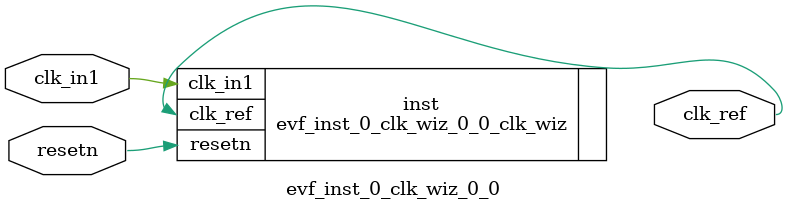
<source format=v>


`timescale 1ps/1ps

(* CORE_GENERATION_INFO = "evf_inst_0_clk_wiz_0_0,clk_wiz_v6_0_13_0_0,{component_name=evf_inst_0_clk_wiz_0_0,use_phase_alignment=true,use_min_o_jitter=false,use_max_i_jitter=false,use_dyn_phase_shift=false,use_inclk_switchover=false,use_dyn_reconfig=false,enable_axi=0,feedback_source=FDBK_AUTO,PRIMITIVE=MMCM,num_out_clk=1,clkin1_period=10.000,clkin2_period=10.000,use_power_down=false,use_reset=true,use_locked=false,use_inclk_stopped=false,feedback_type=SINGLE,CLOCK_MGR_TYPE=NA,manual_override=false}" *)

module evf_inst_0_clk_wiz_0_0 
 (
  // Clock out ports
  output        clk_ref,
  // Status and control signals
  input         resetn,
 // Clock in ports
  input         clk_in1
 );

  evf_inst_0_clk_wiz_0_0_clk_wiz inst
  (
  // Clock out ports  
  .clk_ref(clk_ref),
  // Status and control signals               
  .resetn(resetn), 
 // Clock in ports
  .clk_in1(clk_in1)
  );

endmodule

</source>
